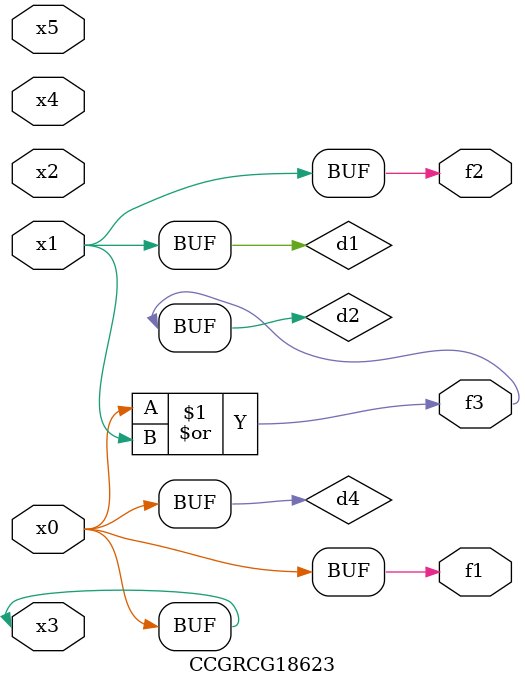
<source format=v>
module CCGRCG18623(
	input x0, x1, x2, x3, x4, x5,
	output f1, f2, f3
);

	wire d1, d2, d3, d4;

	and (d1, x1);
	or (d2, x0, x1);
	nand (d3, x0, x5);
	buf (d4, x0, x3);
	assign f1 = d4;
	assign f2 = d1;
	assign f3 = d2;
endmodule

</source>
